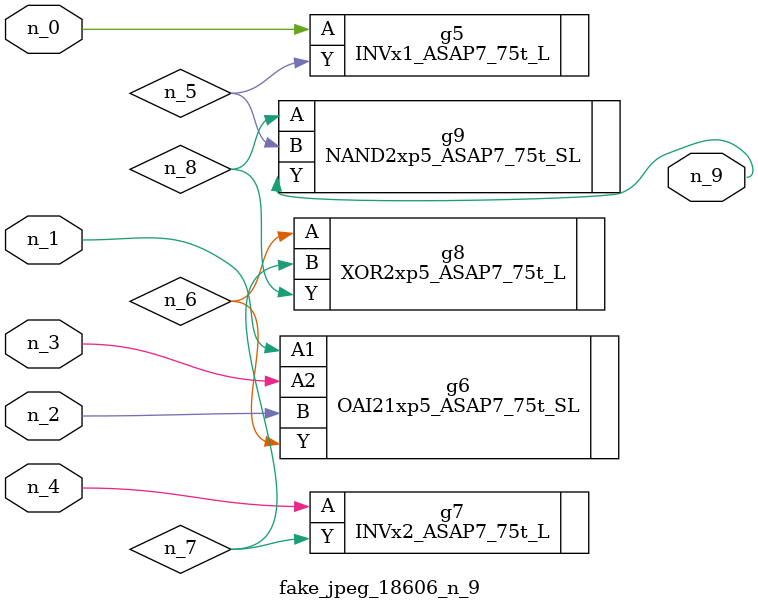
<source format=v>
module fake_jpeg_18606_n_9 (n_3, n_2, n_1, n_0, n_4, n_9);

input n_3;
input n_2;
input n_1;
input n_0;
input n_4;

output n_9;

wire n_8;
wire n_6;
wire n_5;
wire n_7;

INVx1_ASAP7_75t_L g5 ( 
.A(n_0),
.Y(n_5)
);

OAI21xp5_ASAP7_75t_SL g6 ( 
.A1(n_1),
.A2(n_3),
.B(n_2),
.Y(n_6)
);

INVx2_ASAP7_75t_L g7 ( 
.A(n_4),
.Y(n_7)
);

XOR2xp5_ASAP7_75t_L g8 ( 
.A(n_6),
.B(n_7),
.Y(n_8)
);

NAND2xp5_ASAP7_75t_SL g9 ( 
.A(n_8),
.B(n_5),
.Y(n_9)
);


endmodule
</source>
